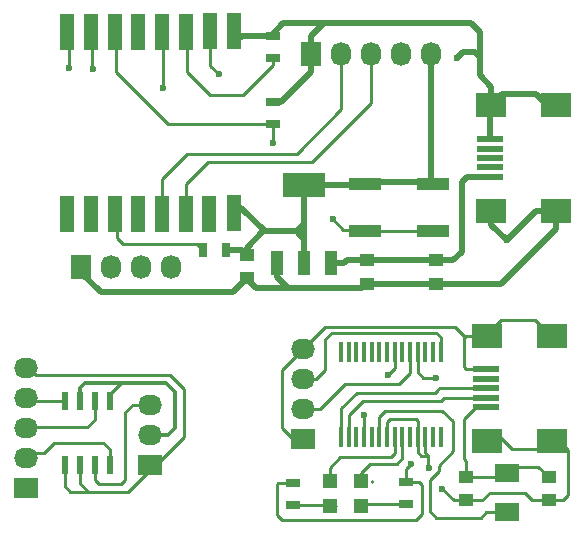
<source format=gtl>
G04 #@! TF.FileFunction,Copper,L1,Top,Signal*
%FSLAX46Y46*%
G04 Gerber Fmt 4.6, Leading zero omitted, Abs format (unit mm)*
G04 Created by KiCad (PCBNEW 4.0.4-stable) date 10/17/16 21:55:59*
%MOMM*%
%LPD*%
G01*
G04 APERTURE LIST*
%ADD10C,0.100000*%
%ADD11R,2.032000X1.727200*%
%ADD12O,2.032000X1.727200*%
%ADD13R,0.450000X1.750000*%
%ADD14R,2.301240X0.500380*%
%ADD15R,2.499360X1.998980*%
%ADD16R,1.250000X1.000000*%
%ADD17R,0.700000X1.300000*%
%ADD18R,1.300000X0.700000*%
%ADD19R,2.750000X1.000000*%
%ADD20R,3.657600X2.032000*%
%ADD21R,1.016000X2.032000*%
%ADD22R,1.727200X2.032000*%
%ADD23O,1.727200X2.032000*%
%ADD24R,2.032000X1.524000*%
%ADD25R,1.198880X1.198880*%
%ADD26R,0.600000X1.550000*%
%ADD27R,1.250000X3.100000*%
%ADD28C,0.600000*%
%ADD29C,0.250000*%
%ADD30C,0.500000*%
%ADD31C,0.300000*%
G04 APERTURE END LIST*
D10*
D11*
X143052800Y-119786400D03*
D12*
X143052800Y-117246400D03*
X143052800Y-114706400D03*
X143052800Y-112166400D03*
D11*
X130048000Y-121970800D03*
D12*
X130048000Y-119430800D03*
X130048000Y-116890800D03*
D13*
X154694600Y-112427200D03*
X154044600Y-112427200D03*
X153394600Y-112427200D03*
X152744600Y-112427200D03*
X152094600Y-112427200D03*
X151444600Y-112427200D03*
X150794600Y-112427200D03*
X150144600Y-112427200D03*
X149494600Y-112427200D03*
X148844600Y-112427200D03*
X148194600Y-112427200D03*
X147544600Y-112427200D03*
X146894600Y-112427200D03*
X146244600Y-112427200D03*
X146244600Y-119627200D03*
X146894600Y-119627200D03*
X147544600Y-119627200D03*
X148194600Y-119627200D03*
X148844600Y-119627200D03*
X149494600Y-119627200D03*
X150144600Y-119627200D03*
X150794600Y-119627200D03*
X151444600Y-119627200D03*
X152094600Y-119627200D03*
X152744600Y-119627200D03*
X153394600Y-119627200D03*
X154044600Y-119627200D03*
X154694600Y-119627200D03*
D14*
X158856680Y-97612200D03*
X158856680Y-96812100D03*
X158856680Y-96012000D03*
X158856680Y-95211900D03*
X158856680Y-94411800D03*
D15*
X158955740Y-100462080D03*
X164454840Y-100462080D03*
X158955740Y-91561920D03*
X164454840Y-91561920D03*
D16*
X154279600Y-104664000D03*
X154279600Y-106664000D03*
X148437600Y-106664000D03*
X148437600Y-104664000D03*
X138277600Y-106206800D03*
X138277600Y-104206800D03*
D17*
X136484400Y-103835200D03*
X134584400Y-103835200D03*
D18*
X140462000Y-87564000D03*
X140462000Y-85664000D03*
X140462000Y-91252000D03*
X140462000Y-93152000D03*
D19*
X148305800Y-102228400D03*
X154055800Y-102228400D03*
X154055800Y-98228400D03*
X148305800Y-98228400D03*
D20*
X143129000Y-98298000D03*
D21*
X143129000Y-104902000D03*
X145415000Y-104902000D03*
X140843000Y-104902000D03*
D22*
X124256800Y-105257600D03*
D23*
X126796800Y-105257600D03*
X129336800Y-105257600D03*
X131876800Y-105257600D03*
D16*
X163830000Y-125002800D03*
X163830000Y-123002800D03*
X156819600Y-125002800D03*
X156819600Y-123002800D03*
D24*
X160274000Y-126009400D03*
X160274000Y-122707400D03*
D18*
X142189200Y-125410000D03*
X142189200Y-123510000D03*
X151739600Y-125308400D03*
X151739600Y-123408400D03*
D25*
X145288000Y-125458220D03*
X145288000Y-123360180D03*
X147929600Y-125458220D03*
X147929600Y-123360180D03*
D26*
X122859800Y-121978400D03*
X124129800Y-121978400D03*
X125399800Y-121978400D03*
X126669800Y-121978400D03*
X126669800Y-116578400D03*
X125399800Y-116578400D03*
X124129800Y-116578400D03*
X122859800Y-116578400D03*
D14*
X158501080Y-117119400D03*
X158501080Y-116319300D03*
X158501080Y-115519200D03*
X158501080Y-114719100D03*
X158501080Y-113919000D03*
D15*
X158600140Y-119969280D03*
X164099240Y-119969280D03*
X158600140Y-111069120D03*
X164099240Y-111069120D03*
D27*
X137210800Y-85249000D03*
X135178800Y-85299800D03*
X133096000Y-85376000D03*
X131114800Y-85350600D03*
X129082800Y-85376000D03*
X127101600Y-85350600D03*
X125095000Y-85376000D03*
X137172700Y-100687100D03*
X135089900Y-100763300D03*
X133108700Y-100763300D03*
X131089400Y-100776000D03*
X129057400Y-100776000D03*
X127152400Y-100776000D03*
X125120400Y-100776000D03*
X123088400Y-100776000D03*
X123088400Y-85376000D03*
D22*
X143713200Y-87223600D03*
D23*
X146253200Y-87223600D03*
X148793200Y-87223600D03*
X151333200Y-87223600D03*
X153873200Y-87223600D03*
D11*
X119583200Y-123952000D03*
D12*
X119583200Y-121412000D03*
X119583200Y-118872000D03*
X119583200Y-116332000D03*
X119583200Y-113792000D03*
D28*
X156108400Y-87528400D03*
X160274000Y-102971600D03*
X135890000Y-88900000D03*
X125222000Y-88442800D03*
X123190000Y-88392000D03*
X140462000Y-94742000D03*
X145542000Y-101219000D03*
X131165600Y-90068400D03*
X154838400Y-124053600D03*
X148183600Y-117754400D03*
X150266400Y-114350800D03*
X153670000Y-122275600D03*
X152196800Y-121920000D03*
X154279600Y-114655600D03*
D29*
X148894800Y-123342400D02*
X148894800Y-123410980D01*
D30*
X157581600Y-87020400D02*
X157988000Y-87426800D01*
X156616400Y-87020400D02*
X157581600Y-87020400D01*
X156108400Y-87528400D02*
X156616400Y-87020400D01*
X140462000Y-91252000D02*
X141208800Y-91252000D01*
X143713200Y-88747600D02*
X143713200Y-87223600D01*
X141208800Y-91252000D02*
X143713200Y-88747600D01*
X143713200Y-87223600D02*
X143713200Y-85699600D01*
X143713200Y-85699600D02*
X144832516Y-84580284D01*
X164454840Y-100462080D02*
X162783520Y-100462080D01*
X162783520Y-100462080D02*
X160274000Y-102971600D01*
X164454840Y-91561920D02*
X163697920Y-91561920D01*
X163697920Y-91561920D02*
X162763200Y-90627200D01*
X162763200Y-90627200D02*
X159890460Y-90627200D01*
X159890460Y-90627200D02*
X158955740Y-91561920D01*
X154279600Y-106664000D02*
X159832800Y-106664000D01*
X164454840Y-102041960D02*
X164454840Y-100462080D01*
X159832800Y-106664000D02*
X164454840Y-102041960D01*
X158955740Y-100462080D02*
X158955740Y-101653340D01*
X158955740Y-101653340D02*
X160274000Y-102971600D01*
X140462000Y-85664000D02*
X140462000Y-85496400D01*
X140462000Y-85496400D02*
X141378116Y-84580284D01*
X141378116Y-84580284D02*
X144832516Y-84580284D01*
X144832516Y-84580284D02*
X150496763Y-84580284D01*
X140462000Y-85664000D02*
X137851400Y-85664000D01*
X137851400Y-85664000D02*
X137312400Y-86203000D01*
X140843000Y-104902000D02*
X140843000Y-106095800D01*
X140843000Y-106095800D02*
X141782800Y-107035600D01*
X138277600Y-106206800D02*
X138277600Y-106222800D01*
X138277600Y-106222800D02*
X139090400Y-107035600D01*
X139090400Y-107035600D02*
X141782800Y-107035600D01*
X141782800Y-107035600D02*
X148066000Y-107035600D01*
X148066000Y-107035600D02*
X148437600Y-106664000D01*
X154279600Y-106664000D02*
X148437600Y-106664000D01*
X124256800Y-105257600D02*
X124256800Y-105714800D01*
X124256800Y-105714800D02*
X125933200Y-107391200D01*
X125933200Y-107391200D02*
X137093200Y-107391200D01*
X137093200Y-107391200D02*
X138277600Y-106206800D01*
X158955740Y-91561920D02*
X158955740Y-89994740D01*
X158955740Y-89994740D02*
X157988000Y-89027000D01*
X157988000Y-89027000D02*
X157988000Y-87426800D01*
X157224284Y-84580284D02*
X150496763Y-84580284D01*
X157988000Y-87426800D02*
X157988000Y-85344000D01*
X157988000Y-85344000D02*
X157224284Y-84580284D01*
X158856680Y-94411800D02*
X158856680Y-91660980D01*
X158856680Y-91660980D02*
X158955740Y-91561920D01*
X154279600Y-104664000D02*
X155736800Y-104664000D01*
X156895800Y-97612200D02*
X158856680Y-97612200D01*
X156464000Y-98044000D02*
X156895800Y-97612200D01*
X156464000Y-103936800D02*
X156464000Y-98044000D01*
X155736800Y-104664000D02*
X156464000Y-103936800D01*
X145415000Y-104902000D02*
X146507200Y-104902000D01*
X146745200Y-104664000D02*
X148437600Y-104664000D01*
X146507200Y-104902000D02*
X146745200Y-104664000D01*
X154279600Y-104664000D02*
X148437600Y-104664000D01*
X158856680Y-97612200D02*
X158038800Y-97612200D01*
X158856680Y-97612200D02*
X158673800Y-97612200D01*
X153873200Y-87223600D02*
X153873200Y-98045800D01*
X153873200Y-98045800D02*
X154055800Y-98228400D01*
X137274300Y-100241100D02*
X137833100Y-100241100D01*
X137833100Y-100241100D02*
X139827000Y-102235000D01*
X136484400Y-103835200D02*
X137906000Y-103835200D01*
X137906000Y-103835200D02*
X138277600Y-104206800D01*
X138277600Y-104206800D02*
X138277600Y-103632000D01*
X139674600Y-102235000D02*
X139827000Y-102235000D01*
X139827000Y-102235000D02*
X142621000Y-102235000D01*
X138277600Y-103632000D02*
X139674600Y-102235000D01*
X137906000Y-103835200D02*
X138277600Y-104206800D01*
X142621000Y-102235000D02*
X142621000Y-102362000D01*
X142621000Y-102362000D02*
X143129000Y-102870000D01*
X142621000Y-102235000D02*
X142621000Y-102108000D01*
X142621000Y-102108000D02*
X143129000Y-101600000D01*
X142621000Y-102235000D02*
X143129000Y-102235000D01*
X143129000Y-98298000D02*
X143129000Y-101600000D01*
X143129000Y-101600000D02*
X143129000Y-102235000D01*
X143129000Y-102235000D02*
X143129000Y-102870000D01*
X143129000Y-102870000D02*
X143129000Y-104902000D01*
X149017000Y-98076000D02*
X154767000Y-98076000D01*
X143129000Y-98298000D02*
X148795000Y-98298000D01*
X148795000Y-98298000D02*
X149017000Y-98076000D01*
D29*
X135178800Y-88188800D02*
X135178800Y-85999800D01*
X135890000Y-88900000D02*
X135178800Y-88188800D01*
X133108700Y-100063300D02*
X133108700Y-98183700D01*
X148793200Y-91338400D02*
X148793200Y-87223600D01*
X143814800Y-96316800D02*
X148793200Y-91338400D01*
X134975600Y-96316800D02*
X143814800Y-96316800D01*
X133108700Y-98183700D02*
X134975600Y-96316800D01*
X146253200Y-87223600D02*
X146253200Y-91897200D01*
X131089400Y-97764600D02*
X131089400Y-100076000D01*
X133197600Y-95656400D02*
X131089400Y-97764600D01*
X142494000Y-95656400D02*
X133197600Y-95656400D01*
X146253200Y-91897200D02*
X142494000Y-95656400D01*
X127254000Y-100330000D02*
X127254000Y-102819200D01*
X134076400Y-103327200D02*
X134584400Y-103835200D01*
X127762000Y-103327200D02*
X134076400Y-103327200D01*
X127254000Y-102819200D02*
X127762000Y-103327200D01*
X140462000Y-87564000D02*
X140462000Y-88138000D01*
X133190000Y-88740000D02*
X133190000Y-86330000D01*
X135128000Y-90678000D02*
X133190000Y-88740000D01*
X137922000Y-90678000D02*
X135128000Y-90678000D01*
X140462000Y-88138000D02*
X137922000Y-90678000D01*
X125190000Y-86330000D02*
X125190000Y-88410800D01*
X125190000Y-88410800D02*
X125222000Y-88442800D01*
X123190000Y-88392000D02*
X123190000Y-86330000D01*
X148305800Y-102228400D02*
X154055800Y-102228400D01*
X127190000Y-86330000D02*
X127190000Y-88709000D01*
X131633000Y-93152000D02*
X140462000Y-93152000D01*
X127190000Y-88709000D02*
X131633000Y-93152000D01*
X149017000Y-102076000D02*
X146399000Y-102076000D01*
X140462000Y-94742000D02*
X140462000Y-93152000D01*
X146399000Y-102076000D02*
X145542000Y-101219000D01*
X131165600Y-90068400D02*
X131190000Y-90044000D01*
X131190000Y-90044000D02*
X131190000Y-86330000D01*
X158854140Y-110662720D02*
X158628080Y-110662720D01*
X164353240Y-110662720D02*
X163647120Y-110662720D01*
X163647120Y-110662720D02*
X162712400Y-109728000D01*
X162712400Y-109728000D02*
X159788860Y-109728000D01*
X159788860Y-109728000D02*
X158854140Y-110662720D01*
X158427420Y-110236000D02*
X158854140Y-110662720D01*
X158755080Y-110761780D02*
X158854140Y-110662720D01*
X156819600Y-125002800D02*
X155787600Y-125002800D01*
X155787600Y-125002800D02*
X154838400Y-124053600D01*
X156850080Y-111069120D02*
X156687520Y-111069120D01*
X144932400Y-110286800D02*
X143052800Y-112166400D01*
X155905200Y-110286800D02*
X144932400Y-110286800D01*
X156687520Y-111069120D02*
X155905200Y-110286800D01*
X158704280Y-113919000D02*
X156845000Y-113919000D01*
X156850080Y-111069120D02*
X158803340Y-111069120D01*
X156667200Y-111252000D02*
X156850080Y-111069120D01*
X156667200Y-113741200D02*
X156667200Y-111252000D01*
X156845000Y-113919000D02*
X156667200Y-113741200D01*
X163830000Y-125002800D02*
X162442400Y-125002800D01*
X158207200Y-125002800D02*
X156819600Y-125002800D01*
X158851600Y-124358400D02*
X158207200Y-125002800D01*
X161798000Y-124358400D02*
X158851600Y-124358400D01*
X162442400Y-125002800D02*
X161798000Y-124358400D01*
X150794600Y-112427200D02*
X150794600Y-113822600D01*
X148194600Y-117765400D02*
X148183600Y-117754400D01*
X148194600Y-119627200D02*
X148194600Y-117765400D01*
X150794600Y-113822600D02*
X150266400Y-114350800D01*
X158854140Y-119562880D02*
X159644080Y-119562880D01*
X159644080Y-119562880D02*
X160731200Y-120650000D01*
X160731200Y-120650000D02*
X163266120Y-120650000D01*
X163266120Y-120650000D02*
X164353240Y-119562880D01*
X143052800Y-119786400D02*
X142189200Y-119786400D01*
X142189200Y-119786400D02*
X141274800Y-118872000D01*
X141274800Y-118872000D02*
X141274800Y-113944400D01*
X141274800Y-113944400D02*
X143052800Y-112166400D01*
X153619200Y-121208800D02*
X153619200Y-122224800D01*
X153619200Y-122224800D02*
X153670000Y-122275600D01*
X153394600Y-119627200D02*
X153394600Y-120984200D01*
X153394600Y-120984200D02*
X153593800Y-121183400D01*
X163830000Y-125002800D02*
X165065200Y-125002800D01*
X165065200Y-125002800D02*
X165506400Y-124561600D01*
X165506400Y-124561600D02*
X165506400Y-120716040D01*
X165506400Y-120716040D02*
X164353240Y-119562880D01*
X153593800Y-121183400D02*
X153619200Y-121208800D01*
X152744600Y-119627200D02*
X152744600Y-120943800D01*
X153009600Y-121208800D02*
X153619200Y-121208800D01*
X152744600Y-120943800D02*
X153009600Y-121208800D01*
X150144600Y-119627200D02*
X150144600Y-118377002D01*
X152744600Y-118251400D02*
X152744600Y-119627200D01*
X152596002Y-118102802D02*
X152744600Y-118251400D01*
X150418800Y-118102802D02*
X152596002Y-118102802D01*
X150144600Y-118377002D02*
X150418800Y-118102802D01*
X156819600Y-123002800D02*
X156819600Y-121666000D01*
X156667200Y-118110000D02*
X157657800Y-117119400D01*
X156667200Y-121513600D02*
X156667200Y-118110000D01*
X156819600Y-121666000D02*
X156667200Y-121513600D01*
X157657800Y-117119400D02*
X158704280Y-117119400D01*
X156819600Y-123002800D02*
X159978600Y-123002800D01*
X159978600Y-123002800D02*
X160274000Y-122707400D01*
X160274000Y-122148600D02*
X162975800Y-122148600D01*
X162975800Y-122148600D02*
X163830000Y-123002800D01*
X160274000Y-126009400D02*
X158572200Y-126009400D01*
X149494600Y-117916600D02*
X149494600Y-119627200D01*
X150012400Y-117398800D02*
X149494600Y-117916600D01*
X154838400Y-117398800D02*
X150012400Y-117398800D01*
X155752800Y-118313200D02*
X154838400Y-117398800D01*
X155752800Y-120853200D02*
X155752800Y-118313200D01*
X154533600Y-122072400D02*
X155752800Y-120853200D01*
X154533600Y-122478800D02*
X154533600Y-122072400D01*
X153771600Y-123240800D02*
X154533600Y-122478800D01*
X153771600Y-125933200D02*
X153771600Y-123240800D01*
X154330400Y-126492000D02*
X153771600Y-125933200D01*
X158089600Y-126492000D02*
X154330400Y-126492000D01*
X158572200Y-126009400D02*
X158089600Y-126492000D01*
X159842200Y-126441200D02*
X160274000Y-126009400D01*
X159486600Y-125450600D02*
X160020000Y-126390400D01*
X160020000Y-126390400D02*
X160375600Y-125984000D01*
X160274000Y-125450600D02*
X159486600Y-125450600D01*
X130048000Y-121970800D02*
X130606800Y-121970800D01*
X130606800Y-121970800D02*
X132943600Y-119634000D01*
X131775200Y-114401600D02*
X120396000Y-114401600D01*
X132943600Y-115570000D02*
X131775200Y-114401600D01*
X132943600Y-119634000D02*
X132943600Y-115570000D01*
X120396000Y-114401600D02*
X119735600Y-113741200D01*
X122859800Y-121978400D02*
X122859800Y-123825000D01*
X123317000Y-124282200D02*
X124841000Y-124282200D01*
X122859800Y-123825000D02*
X123317000Y-124282200D01*
X130048000Y-121970800D02*
X130048000Y-122428000D01*
X130048000Y-122428000D02*
X128193800Y-124282200D01*
X128193800Y-124282200D02*
X124841000Y-124282200D01*
X124129800Y-121978400D02*
X124129800Y-123571000D01*
X124129800Y-123571000D02*
X124841000Y-124282200D01*
X122859800Y-116578400D02*
X120032800Y-116578400D01*
X120032800Y-116578400D02*
X119735600Y-116281200D01*
X119735600Y-118821200D02*
X124764800Y-118821200D01*
X125399800Y-118186200D02*
X125399800Y-116578400D01*
X124764800Y-118821200D02*
X125399800Y-118186200D01*
X126669800Y-121978400D02*
X126669800Y-120675400D01*
X121139200Y-120973600D02*
X118853000Y-120973600D01*
X121970800Y-120142000D02*
X121139200Y-120973600D01*
X126136400Y-120142000D02*
X121970800Y-120142000D01*
X126669800Y-120675400D02*
X126136400Y-120142000D01*
D31*
X126669800Y-116578400D02*
X126669800Y-116103400D01*
X126669800Y-116103400D02*
X127711200Y-115062000D01*
X124129800Y-116578400D02*
X124129800Y-115493800D01*
X131622800Y-119430800D02*
X130048000Y-119430800D01*
X132181600Y-118872000D02*
X131622800Y-119430800D01*
X132181600Y-115824000D02*
X132181600Y-118872000D01*
X131419600Y-115062000D02*
X132181600Y-115824000D01*
X124561600Y-115062000D02*
X127711200Y-115062000D01*
X127711200Y-115062000D02*
X131419600Y-115062000D01*
X124129800Y-115493800D02*
X124561600Y-115062000D01*
D29*
X158704280Y-116319300D02*
X155003500Y-116319300D01*
X155003500Y-116319300D02*
X154736800Y-116586000D01*
X154736800Y-116586000D02*
X148082000Y-116586000D01*
X146894600Y-117773400D02*
X146894600Y-119627200D01*
X148082000Y-116586000D02*
X146894600Y-117773400D01*
X158704280Y-115519200D02*
X154584400Y-115519200D01*
X154584400Y-115519200D02*
X154432000Y-115671600D01*
X154432000Y-115671600D02*
X154228800Y-115874800D01*
X146244600Y-117204200D02*
X146244600Y-119627200D01*
X147574000Y-115874800D02*
X146244600Y-117204200D01*
X154228800Y-115874800D02*
X147574000Y-115874800D01*
X143052800Y-117246400D02*
X144475200Y-117246400D01*
X152094600Y-114199000D02*
X152094600Y-112427200D01*
X151130000Y-115163600D02*
X152094600Y-114199000D01*
X146558000Y-115163600D02*
X151130000Y-115163600D01*
X144475200Y-117246400D02*
X146558000Y-115163600D01*
X143052800Y-114706400D02*
X144170400Y-114706400D01*
X144932400Y-111353600D02*
X145491200Y-110794800D01*
X144932400Y-113944400D02*
X144932400Y-111353600D01*
X144170400Y-114706400D02*
X144932400Y-113944400D01*
X154694600Y-111209800D02*
X154694600Y-112427200D01*
X154279600Y-110794800D02*
X154694600Y-111209800D01*
X145491200Y-110794800D02*
X154279600Y-110794800D01*
X142189200Y-125410000D02*
X145239780Y-125410000D01*
X145239780Y-125410000D02*
X145288000Y-125458220D01*
X145747780Y-125410000D02*
X145796000Y-125458220D01*
X141224000Y-126644400D02*
X140817600Y-126238000D01*
X152603200Y-126644400D02*
X141224000Y-126644400D01*
X153111200Y-126136400D02*
X152603200Y-126644400D01*
X153111200Y-123698000D02*
X153111200Y-126136400D01*
X151739600Y-123408400D02*
X152821600Y-123408400D01*
X140954800Y-123510000D02*
X142189200Y-123510000D01*
X140817600Y-123647200D02*
X140954800Y-123510000D01*
X140817600Y-126238000D02*
X140817600Y-123647200D01*
X152821600Y-123408400D02*
X153111200Y-123698000D01*
X152744600Y-112427200D02*
X152744600Y-114136600D01*
X151739600Y-122377200D02*
X151739600Y-123408400D01*
X152196800Y-121920000D02*
X151739600Y-122377200D01*
X154228800Y-114604800D02*
X154279600Y-114655600D01*
X153212800Y-114604800D02*
X154228800Y-114604800D01*
X152744600Y-114136600D02*
X153212800Y-114604800D01*
X151739600Y-125308400D02*
X148079420Y-125308400D01*
X148079420Y-125308400D02*
X147929600Y-125458220D01*
X151538980Y-125509020D02*
X151739600Y-125308400D01*
X145288000Y-123360180D02*
X145288000Y-122224800D01*
X150794600Y-120985400D02*
X150794600Y-119627200D01*
X150469600Y-121310400D02*
X150794600Y-120985400D01*
X146202400Y-121310400D02*
X150469600Y-121310400D01*
X145288000Y-122224800D02*
X146202400Y-121310400D01*
X147929600Y-123360180D02*
X147929600Y-122682000D01*
X151444600Y-121453000D02*
X151444600Y-119627200D01*
X150977600Y-121920000D02*
X151444600Y-121453000D01*
X148691600Y-121920000D02*
X150977600Y-121920000D01*
X147929600Y-122682000D02*
X148691600Y-121920000D01*
X130048000Y-116890800D02*
X128625600Y-116890800D01*
X125399800Y-123266200D02*
X125399800Y-121978400D01*
X125730000Y-123596400D02*
X125399800Y-123266200D01*
X127609600Y-123596400D02*
X125730000Y-123596400D01*
X127965200Y-123240800D02*
X127609600Y-123596400D01*
X127965200Y-117551200D02*
X127965200Y-123240800D01*
X128625600Y-116890800D02*
X127965200Y-117551200D01*
M02*

</source>
